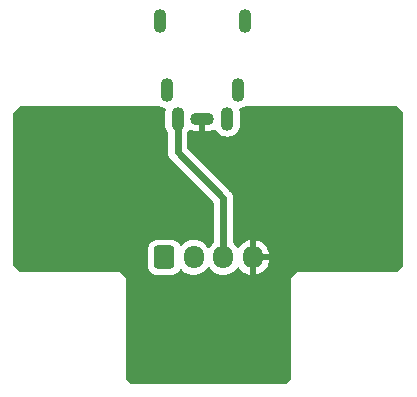
<source format=gbr>
%TF.GenerationSoftware,KiCad,Pcbnew,(6.0.8)*%
%TF.CreationDate,2023-02-07T20:12:27+01:00*%
%TF.ProjectId,SDVX-aux-board,53445658-2d61-4757-982d-626f6172642e,rev?*%
%TF.SameCoordinates,Original*%
%TF.FileFunction,Copper,L1,Top*%
%TF.FilePolarity,Positive*%
%FSLAX46Y46*%
G04 Gerber Fmt 4.6, Leading zero omitted, Abs format (unit mm)*
G04 Created by KiCad (PCBNEW (6.0.8)) date 2023-02-07 20:12:27*
%MOMM*%
%LPD*%
G01*
G04 APERTURE LIST*
G04 Aperture macros list*
%AMRoundRect*
0 Rectangle with rounded corners*
0 $1 Rounding radius*
0 $2 $3 $4 $5 $6 $7 $8 $9 X,Y pos of 4 corners*
0 Add a 4 corners polygon primitive as box body*
4,1,4,$2,$3,$4,$5,$6,$7,$8,$9,$2,$3,0*
0 Add four circle primitives for the rounded corners*
1,1,$1+$1,$2,$3*
1,1,$1+$1,$4,$5*
1,1,$1+$1,$6,$7*
1,1,$1+$1,$8,$9*
0 Add four rect primitives between the rounded corners*
20,1,$1+$1,$2,$3,$4,$5,0*
20,1,$1+$1,$4,$5,$6,$7,0*
20,1,$1+$1,$6,$7,$8,$9,0*
20,1,$1+$1,$8,$9,$2,$3,0*%
G04 Aperture macros list end*
%TA.AperFunction,ComponentPad*%
%ADD10O,1.100000X2.000000*%
%TD*%
%TA.AperFunction,ComponentPad*%
%ADD11O,2.000000X1.100000*%
%TD*%
%TA.AperFunction,ComponentPad*%
%ADD12RoundRect,0.250000X-0.600000X-0.725000X0.600000X-0.725000X0.600000X0.725000X-0.600000X0.725000X0*%
%TD*%
%TA.AperFunction,ComponentPad*%
%ADD13O,1.700000X1.950000*%
%TD*%
%TA.AperFunction,ViaPad*%
%ADD14C,0.800000*%
%TD*%
%TA.AperFunction,Conductor*%
%ADD15C,0.600000*%
%TD*%
G04 APERTURE END LIST*
D10*
%TO.P,CN1,R1*%
%TO.N,/R*%
X131500000Y-72750000D03*
%TO.P,CN1,R1N*%
%TO.N,/SENS*%
X132400000Y-75150000D03*
%TO.P,CN1,R2*%
%TO.N,/GND*%
X138100000Y-66850000D03*
X130900000Y-66850000D03*
D11*
%TO.P,CN1,S*%
X134500000Y-75150000D03*
D10*
%TO.P,CN1,T*%
%TO.N,/L*%
X137500000Y-72750000D03*
%TO.P,CN1,TN*%
%TO.N,unconnected-(CN1-PadTN)*%
X136600000Y-75150000D03*
%TD*%
D12*
%TO.P,CN2,1,Pin_1*%
%TO.N,/L*%
X131276000Y-86882000D03*
D13*
%TO.P,CN2,2,Pin_2*%
%TO.N,/R*%
X133776000Y-86882000D03*
%TO.P,CN2,3,Pin_3*%
%TO.N,/SENS*%
X136276000Y-86882000D03*
%TO.P,CN2,4,Pin_4*%
%TO.N,/GND*%
X138776000Y-86882000D03*
%TD*%
D14*
%TO.N,/GND*%
X149500000Y-78600000D03*
X144500000Y-83600000D03*
X149500000Y-81100000D03*
X147000000Y-83600000D03*
X147000000Y-86100000D03*
X149500000Y-76100000D03*
X144500000Y-76100000D03*
X149500000Y-86100000D03*
X144500000Y-78600000D03*
X144500000Y-81100000D03*
X147000000Y-78600000D03*
X149500000Y-83600000D03*
X147000000Y-76100000D03*
X147000000Y-81100000D03*
%TD*%
D15*
%TO.N,/SENS*%
X136276000Y-81876000D02*
X136276000Y-86882000D01*
X132400000Y-78000000D02*
X136276000Y-81876000D01*
X132400000Y-75150000D02*
X132400000Y-78000000D01*
%TD*%
%TA.AperFunction,Conductor*%
%TO.N,/GND*%
G36*
X130966966Y-74115164D02*
G01*
X131007176Y-74136905D01*
X131087830Y-74180514D01*
X131286129Y-74241898D01*
X131289617Y-74242265D01*
X131351514Y-74275125D01*
X131386268Y-74337033D01*
X131383572Y-74403357D01*
X131359621Y-74478861D01*
X131358935Y-74484978D01*
X131358934Y-74484982D01*
X131357989Y-74493408D01*
X131341500Y-74640413D01*
X131341500Y-75652237D01*
X131341800Y-75655293D01*
X131341800Y-75655300D01*
X131342564Y-75663087D01*
X131356635Y-75806592D01*
X131416632Y-76005315D01*
X131419527Y-76010760D01*
X131419528Y-76010762D01*
X131482404Y-76129012D01*
X131514087Y-76188599D01*
X131517985Y-76193378D01*
X131517989Y-76193384D01*
X131563143Y-76248749D01*
X131590697Y-76314180D01*
X131591500Y-76328384D01*
X131591500Y-77990786D01*
X131591493Y-77992106D01*
X131590549Y-78082221D01*
X131599711Y-78124597D01*
X131601769Y-78137163D01*
X131606603Y-78180255D01*
X131608919Y-78186906D01*
X131608920Y-78186910D01*
X131617633Y-78211930D01*
X131621796Y-78226742D01*
X131628881Y-78259510D01*
X131647208Y-78298813D01*
X131651990Y-78310589D01*
X131666255Y-78351552D01*
X131669989Y-78357527D01*
X131669990Y-78357530D01*
X131684027Y-78379995D01*
X131691366Y-78393512D01*
X131702559Y-78417514D01*
X131705538Y-78423902D01*
X131709855Y-78429467D01*
X131709856Y-78429469D01*
X131732106Y-78458153D01*
X131739402Y-78468612D01*
X131762374Y-78505376D01*
X131767334Y-78510371D01*
X131767335Y-78510372D01*
X131790976Y-78534179D01*
X131791561Y-78534804D01*
X131792078Y-78535470D01*
X131818068Y-78561460D01*
X131890185Y-78634082D01*
X131891222Y-78634740D01*
X131892451Y-78635843D01*
X135430595Y-82173987D01*
X135464621Y-82236299D01*
X135467500Y-82263082D01*
X135467500Y-85602387D01*
X135447498Y-85670508D01*
X135424081Y-85697552D01*
X135298555Y-85806477D01*
X135295168Y-85810608D01*
X135155760Y-85980627D01*
X135155756Y-85980633D01*
X135152376Y-85984755D01*
X135134448Y-86016250D01*
X135083368Y-86065555D01*
X135013738Y-86079417D01*
X134947667Y-86053434D01*
X134920427Y-86024284D01*
X134893814Y-85984755D01*
X134838559Y-85902681D01*
X134779918Y-85841209D01*
X134750725Y-85810608D01*
X134679424Y-85735865D01*
X134494458Y-85598246D01*
X134489707Y-85595830D01*
X134489703Y-85595828D01*
X134371588Y-85535776D01*
X134288949Y-85493760D01*
X134283855Y-85492178D01*
X134283852Y-85492177D01*
X134073871Y-85426976D01*
X134068773Y-85425393D01*
X134063484Y-85424692D01*
X133845511Y-85395802D01*
X133845506Y-85395802D01*
X133840226Y-85395102D01*
X133834897Y-85395302D01*
X133834895Y-85395302D01*
X133725034Y-85399427D01*
X133609842Y-85403751D01*
X133604623Y-85404846D01*
X133582566Y-85409474D01*
X133384209Y-85451093D01*
X133379250Y-85453051D01*
X133379248Y-85453052D01*
X133174744Y-85533815D01*
X133174742Y-85533816D01*
X133169779Y-85535776D01*
X133165220Y-85538543D01*
X133165217Y-85538544D01*
X133070113Y-85596255D01*
X132972683Y-85655377D01*
X132968653Y-85658874D01*
X132875484Y-85739722D01*
X132798555Y-85806477D01*
X132769330Y-85842120D01*
X132710671Y-85882114D01*
X132639701Y-85884046D01*
X132578952Y-85847302D01*
X132564752Y-85828532D01*
X132478332Y-85688880D01*
X132474478Y-85682652D01*
X132349303Y-85557695D01*
X132318965Y-85538994D01*
X132204968Y-85468725D01*
X132204966Y-85468724D01*
X132198738Y-85464885D01*
X132085353Y-85427277D01*
X132037389Y-85411368D01*
X132037387Y-85411368D01*
X132030861Y-85409203D01*
X132024025Y-85408503D01*
X132024022Y-85408502D01*
X131980969Y-85404091D01*
X131926400Y-85398500D01*
X130625600Y-85398500D01*
X130622354Y-85398837D01*
X130622350Y-85398837D01*
X130526692Y-85408762D01*
X130526688Y-85408763D01*
X130519834Y-85409474D01*
X130513298Y-85411655D01*
X130513296Y-85411655D01*
X130381194Y-85455728D01*
X130352054Y-85465450D01*
X130201652Y-85558522D01*
X130076695Y-85683697D01*
X130072855Y-85689927D01*
X130072854Y-85689928D01*
X129998466Y-85810608D01*
X129983885Y-85834262D01*
X129962472Y-85898822D01*
X129932432Y-85989390D01*
X129928203Y-86002139D01*
X129927503Y-86008975D01*
X129927502Y-86008978D01*
X129925338Y-86030102D01*
X129917500Y-86106600D01*
X129917500Y-87657400D01*
X129917837Y-87660646D01*
X129917837Y-87660650D01*
X129926875Y-87747752D01*
X129928474Y-87763166D01*
X129930655Y-87769702D01*
X129930655Y-87769704D01*
X129962405Y-87864870D01*
X129984450Y-87930946D01*
X130077522Y-88081348D01*
X130082704Y-88086521D01*
X130096207Y-88100000D01*
X130202697Y-88206305D01*
X130208927Y-88210145D01*
X130208928Y-88210146D01*
X130346090Y-88294694D01*
X130353262Y-88299115D01*
X130388938Y-88310948D01*
X130514611Y-88352632D01*
X130514613Y-88352632D01*
X130521139Y-88354797D01*
X130527975Y-88355497D01*
X130527978Y-88355498D01*
X130563663Y-88359154D01*
X130625600Y-88365500D01*
X131926400Y-88365500D01*
X131929646Y-88365163D01*
X131929650Y-88365163D01*
X132025308Y-88355238D01*
X132025312Y-88355237D01*
X132032166Y-88354526D01*
X132038702Y-88352345D01*
X132038704Y-88352345D01*
X132170806Y-88308272D01*
X132199946Y-88298550D01*
X132350348Y-88205478D01*
X132475305Y-88080303D01*
X132565081Y-87934660D01*
X132617852Y-87887168D01*
X132687924Y-87875744D01*
X132753048Y-87904018D01*
X132763510Y-87913805D01*
X132805215Y-87957523D01*
X132872576Y-88028135D01*
X133057542Y-88165754D01*
X133062293Y-88168170D01*
X133062297Y-88168172D01*
X133125481Y-88200296D01*
X133263051Y-88270240D01*
X133268145Y-88271822D01*
X133268148Y-88271823D01*
X133433583Y-88323192D01*
X133483227Y-88338607D01*
X133488516Y-88339308D01*
X133706489Y-88368198D01*
X133706494Y-88368198D01*
X133711774Y-88368898D01*
X133717103Y-88368698D01*
X133717105Y-88368698D01*
X133826966Y-88364573D01*
X133942158Y-88360249D01*
X133964802Y-88355498D01*
X134162572Y-88314002D01*
X134167791Y-88312907D01*
X134172750Y-88310949D01*
X134172752Y-88310948D01*
X134377256Y-88230185D01*
X134377258Y-88230184D01*
X134382221Y-88228224D01*
X134387525Y-88225006D01*
X134574757Y-88111390D01*
X134574756Y-88111390D01*
X134579317Y-88108623D01*
X134631784Y-88063095D01*
X134749412Y-87961023D01*
X134749414Y-87961021D01*
X134753445Y-87957523D01*
X134820500Y-87875744D01*
X134896240Y-87783373D01*
X134896244Y-87783367D01*
X134899624Y-87779245D01*
X134917552Y-87747750D01*
X134968632Y-87698445D01*
X135038262Y-87684583D01*
X135104333Y-87710566D01*
X135131573Y-87739716D01*
X135213441Y-87861319D01*
X135372576Y-88028135D01*
X135557542Y-88165754D01*
X135562293Y-88168170D01*
X135562297Y-88168172D01*
X135625481Y-88200296D01*
X135763051Y-88270240D01*
X135768145Y-88271822D01*
X135768148Y-88271823D01*
X135933583Y-88323192D01*
X135983227Y-88338607D01*
X135988516Y-88339308D01*
X136206489Y-88368198D01*
X136206494Y-88368198D01*
X136211774Y-88368898D01*
X136217103Y-88368698D01*
X136217105Y-88368698D01*
X136326966Y-88364573D01*
X136442158Y-88360249D01*
X136464802Y-88355498D01*
X136662572Y-88314002D01*
X136667791Y-88312907D01*
X136672750Y-88310949D01*
X136672752Y-88310948D01*
X136877256Y-88230185D01*
X136877258Y-88230184D01*
X136882221Y-88228224D01*
X136887525Y-88225006D01*
X137074757Y-88111390D01*
X137074756Y-88111390D01*
X137079317Y-88108623D01*
X137131784Y-88063095D01*
X137249412Y-87961023D01*
X137249414Y-87961021D01*
X137253445Y-87957523D01*
X137320500Y-87875744D01*
X137396240Y-87783373D01*
X137396244Y-87783367D01*
X137399624Y-87779245D01*
X137412681Y-87756308D01*
X137417829Y-87747265D01*
X137468912Y-87697959D01*
X137538542Y-87684098D01*
X137604613Y-87710082D01*
X137631851Y-87739232D01*
X137710852Y-87856578D01*
X137717519Y-87864870D01*
X137869228Y-88023900D01*
X137877186Y-88030941D01*
X138053525Y-88162141D01*
X138062562Y-88167745D01*
X138258484Y-88267357D01*
X138268335Y-88271357D01*
X138478240Y-88336534D01*
X138488624Y-88338817D01*
X138504043Y-88340861D01*
X138518207Y-88338665D01*
X138522000Y-88325478D01*
X138522000Y-88323192D01*
X139030000Y-88323192D01*
X139033973Y-88336723D01*
X139044580Y-88338248D01*
X139162421Y-88313523D01*
X139172617Y-88310463D01*
X139377029Y-88229737D01*
X139386561Y-88225006D01*
X139574462Y-88110984D01*
X139583052Y-88104720D01*
X139749052Y-87960673D01*
X139756472Y-87953042D01*
X139895826Y-87783089D01*
X139901850Y-87774322D01*
X140010576Y-87583318D01*
X140015041Y-87573654D01*
X140090031Y-87367059D01*
X140092802Y-87356792D01*
X140129504Y-87153826D01*
X140128085Y-87140586D01*
X140113450Y-87136000D01*
X139048115Y-87136000D01*
X139032876Y-87140475D01*
X139031671Y-87141865D01*
X139030000Y-87149548D01*
X139030000Y-88323192D01*
X138522000Y-88323192D01*
X138522000Y-86609885D01*
X139030000Y-86609885D01*
X139034475Y-86625124D01*
X139035865Y-86626329D01*
X139043548Y-86628000D01*
X140109849Y-86628000D01*
X140124527Y-86623690D01*
X140126590Y-86611807D01*
X140119876Y-86532675D01*
X140118086Y-86522203D01*
X140062870Y-86309465D01*
X140059335Y-86299425D01*
X139969063Y-86099030D01*
X139963894Y-86089744D01*
X139841150Y-85907425D01*
X139834481Y-85899130D01*
X139682772Y-85740100D01*
X139674814Y-85733059D01*
X139498475Y-85601859D01*
X139489438Y-85596255D01*
X139293516Y-85496643D01*
X139283665Y-85492643D01*
X139073760Y-85427466D01*
X139063376Y-85425183D01*
X139047957Y-85423139D01*
X139033793Y-85425335D01*
X139030000Y-85438522D01*
X139030000Y-86609885D01*
X138522000Y-86609885D01*
X138522000Y-85440808D01*
X138518027Y-85427277D01*
X138507420Y-85425752D01*
X138389579Y-85450477D01*
X138379383Y-85453537D01*
X138174971Y-85534263D01*
X138165439Y-85538994D01*
X137977538Y-85653016D01*
X137968948Y-85659280D01*
X137802948Y-85803327D01*
X137795528Y-85810958D01*
X137656174Y-85980911D01*
X137650152Y-85989674D01*
X137634762Y-86016711D01*
X137583680Y-86066018D01*
X137514049Y-86079880D01*
X137447978Y-86053897D01*
X137420739Y-86024747D01*
X137384869Y-85971468D01*
X137338559Y-85902681D01*
X137279918Y-85841209D01*
X137250725Y-85810608D01*
X137179424Y-85735865D01*
X137135287Y-85703026D01*
X137092574Y-85646316D01*
X137084500Y-85601937D01*
X137084500Y-81885214D01*
X137084507Y-81883894D01*
X137085377Y-81800826D01*
X137085451Y-81793779D01*
X137076289Y-81751403D01*
X137074230Y-81738832D01*
X137070182Y-81702744D01*
X137069397Y-81695745D01*
X137058367Y-81664070D01*
X137054204Y-81649258D01*
X137048609Y-81623381D01*
X137047119Y-81616490D01*
X137028792Y-81577187D01*
X137024010Y-81565411D01*
X137009745Y-81524448D01*
X137006010Y-81518470D01*
X136991973Y-81496005D01*
X136984634Y-81482488D01*
X136973441Y-81458486D01*
X136973440Y-81458485D01*
X136970462Y-81452098D01*
X136943894Y-81417847D01*
X136936598Y-81407388D01*
X136917358Y-81376596D01*
X136917356Y-81376593D01*
X136913626Y-81370624D01*
X136885024Y-81341821D01*
X136884439Y-81341196D01*
X136883922Y-81340530D01*
X136857932Y-81314540D01*
X136785815Y-81241918D01*
X136784778Y-81241260D01*
X136783549Y-81240157D01*
X133245405Y-77702013D01*
X133211379Y-77639701D01*
X133208500Y-77612918D01*
X133208500Y-76329132D01*
X133228502Y-76261011D01*
X133237979Y-76248140D01*
X133273650Y-76205630D01*
X133273653Y-76205625D01*
X133277609Y-76200911D01*
X133280573Y-76195519D01*
X133280576Y-76195515D01*
X133330109Y-76105414D01*
X133380455Y-76055355D01*
X133449872Y-76040462D01*
X133501225Y-76055700D01*
X133625798Y-76124184D01*
X133637062Y-76129012D01*
X133823095Y-76188025D01*
X133835084Y-76190573D01*
X133986947Y-76207607D01*
X133993971Y-76208000D01*
X134227885Y-76208000D01*
X134243124Y-76203525D01*
X134244329Y-76202135D01*
X134246000Y-76194452D01*
X134246000Y-75022000D01*
X134266002Y-74953879D01*
X134319658Y-74907386D01*
X134372000Y-74896000D01*
X134628000Y-74896000D01*
X134696121Y-74916002D01*
X134742614Y-74969658D01*
X134754000Y-75022000D01*
X134754000Y-76189885D01*
X134758475Y-76205124D01*
X134759865Y-76206329D01*
X134767548Y-76208000D01*
X134999124Y-76208000D01*
X135005272Y-76207699D01*
X135150361Y-76193473D01*
X135162396Y-76191090D01*
X135349223Y-76134683D01*
X135360565Y-76130008D01*
X135500631Y-76055534D01*
X135570168Y-76041214D01*
X135636409Y-76066762D01*
X135671035Y-76107631D01*
X135679837Y-76124184D01*
X135714087Y-76188599D01*
X135727977Y-76205630D01*
X135841390Y-76344689D01*
X135841393Y-76344692D01*
X135845285Y-76349464D01*
X135850033Y-76353392D01*
X135850034Y-76353393D01*
X135963514Y-76447272D01*
X136005230Y-76481783D01*
X136010647Y-76484712D01*
X136010650Y-76484714D01*
X136182410Y-76577584D01*
X136182415Y-76577586D01*
X136187830Y-76580514D01*
X136386129Y-76641898D01*
X136392254Y-76642542D01*
X136392255Y-76642542D01*
X136586446Y-76662952D01*
X136586448Y-76662952D01*
X136592575Y-76663596D01*
X136678485Y-76655777D01*
X136793164Y-76645341D01*
X136793167Y-76645340D01*
X136799303Y-76644782D01*
X136805209Y-76643044D01*
X136805213Y-76643043D01*
X136992531Y-76587912D01*
X136992530Y-76587912D01*
X136998440Y-76586173D01*
X137182400Y-76490001D01*
X137344177Y-76359929D01*
X137349662Y-76353393D01*
X137473650Y-76205629D01*
X137477609Y-76200911D01*
X137480573Y-76195519D01*
X137480576Y-76195515D01*
X137574646Y-76024402D01*
X137577613Y-76019005D01*
X137640379Y-75821139D01*
X137641350Y-75812489D01*
X137658107Y-75663087D01*
X137658500Y-75659587D01*
X137658500Y-74647763D01*
X137657780Y-74640413D01*
X137643966Y-74499534D01*
X137643965Y-74499531D01*
X137643365Y-74493408D01*
X137615664Y-74401656D01*
X137615124Y-74330663D01*
X137653053Y-74270647D01*
X137700711Y-74244368D01*
X137898440Y-74186173D01*
X137992681Y-74136905D01*
X138035848Y-74114338D01*
X138094223Y-74100000D01*
X150947810Y-74100000D01*
X151015931Y-74120002D01*
X151036905Y-74136905D01*
X151463095Y-74563095D01*
X151497121Y-74625407D01*
X151500000Y-74652190D01*
X151500000Y-87547810D01*
X151479998Y-87615931D01*
X151463095Y-87636905D01*
X151036905Y-88063095D01*
X150974593Y-88097121D01*
X150947810Y-88100000D01*
X142500000Y-88100000D01*
X142000000Y-88600000D01*
X142000000Y-97047810D01*
X141979998Y-97115931D01*
X141963095Y-97136905D01*
X141536905Y-97563095D01*
X141474593Y-97597121D01*
X141447810Y-97600000D01*
X128552190Y-97600000D01*
X128484069Y-97579998D01*
X128463095Y-97563095D01*
X128036905Y-97136905D01*
X128002879Y-97074593D01*
X128000000Y-97047810D01*
X128000000Y-88600000D01*
X127500000Y-88100000D01*
X119052190Y-88100000D01*
X118984069Y-88079998D01*
X118963095Y-88063095D01*
X118536905Y-87636905D01*
X118502879Y-87574593D01*
X118500000Y-87547810D01*
X118500000Y-74652190D01*
X118520002Y-74584069D01*
X118536905Y-74563095D01*
X118963095Y-74136905D01*
X119025407Y-74102879D01*
X119052190Y-74100000D01*
X130907038Y-74100000D01*
X130966966Y-74115164D01*
G37*
%TD.AperFunction*%
%TD*%
M02*

</source>
